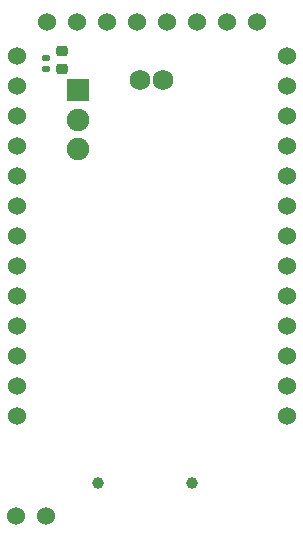
<source format=gbs>
G04 #@! TF.GenerationSoftware,KiCad,Pcbnew,8.0.4*
G04 #@! TF.CreationDate,2024-10-10T13:01:36-07:00*
G04 #@! TF.ProjectId,TelemetryComputer,54656c65-6d65-4747-9279-436f6d707574,rev?*
G04 #@! TF.SameCoordinates,Original*
G04 #@! TF.FileFunction,Soldermask,Bot*
G04 #@! TF.FilePolarity,Negative*
%FSLAX46Y46*%
G04 Gerber Fmt 4.6, Leading zero omitted, Abs format (unit mm)*
G04 Created by KiCad (PCBNEW 8.0.4) date 2024-10-10 13:01:36*
%MOMM*%
%LPD*%
G01*
G04 APERTURE LIST*
G04 Aperture macros list*
%AMRoundRect*
0 Rectangle with rounded corners*
0 $1 Rounding radius*
0 $2 $3 $4 $5 $6 $7 $8 $9 X,Y pos of 4 corners*
0 Add a 4 corners polygon primitive as box body*
4,1,4,$2,$3,$4,$5,$6,$7,$8,$9,$2,$3,0*
0 Add four circle primitives for the rounded corners*
1,1,$1+$1,$2,$3*
1,1,$1+$1,$4,$5*
1,1,$1+$1,$6,$7*
1,1,$1+$1,$8,$9*
0 Add four rect primitives between the rounded corners*
20,1,$1+$1,$2,$3,$4,$5,0*
20,1,$1+$1,$4,$5,$6,$7,0*
20,1,$1+$1,$6,$7,$8,$9,0*
20,1,$1+$1,$8,$9,$2,$3,0*%
G04 Aperture macros list end*
%ADD10C,1.524000*%
%ADD11C,0.990600*%
%ADD12R,1.900000X1.900000*%
%ADD13C,1.900000*%
%ADD14RoundRect,0.225000X-0.250000X0.225000X-0.250000X-0.225000X0.250000X-0.225000X0.250000X0.225000X0*%
%ADD15RoundRect,0.140000X-0.170000X0.140000X-0.170000X-0.140000X0.170000X-0.140000X0.170000X0.140000X0*%
%ADD16C,1.750000*%
G04 APERTURE END LIST*
D10*
X158105000Y-76200000D03*
X158105000Y-78740000D03*
X158105000Y-81280000D03*
X158105000Y-83820000D03*
X158105000Y-86360000D03*
X158105000Y-88900000D03*
X158105000Y-91440000D03*
X158105000Y-93980000D03*
X158105000Y-96520000D03*
X158105000Y-99060000D03*
X158105000Y-101600000D03*
X158105000Y-104140000D03*
X158105000Y-106680000D03*
D11*
X142099992Y-112366399D03*
X150099992Y-112366399D03*
D10*
X137750000Y-115150000D03*
X135210000Y-115130000D03*
X137785000Y-73300000D03*
X140325000Y-73300000D03*
X142865000Y-73300000D03*
X145405000Y-73300000D03*
X147945000Y-73300000D03*
X150485000Y-73300000D03*
X153025000Y-73300000D03*
X155565000Y-73300000D03*
X135245000Y-76200000D03*
X135245000Y-78740000D03*
X135245000Y-81280000D03*
X135245000Y-83820000D03*
X135245000Y-86360000D03*
X135245000Y-88900000D03*
X135245000Y-91440000D03*
X135245000Y-93980000D03*
X135245000Y-96520000D03*
X135245000Y-99060000D03*
X135245000Y-101600000D03*
X135245000Y-104140000D03*
X135245000Y-106680000D03*
D12*
X140450000Y-79100000D03*
D13*
X140450000Y-81600000D03*
X140450000Y-84100000D03*
D14*
X139050000Y-75725000D03*
X139050000Y-77275000D03*
D15*
X137700000Y-76315000D03*
X137700000Y-77275000D03*
D16*
X145655000Y-78250000D03*
X147655000Y-78250000D03*
M02*

</source>
